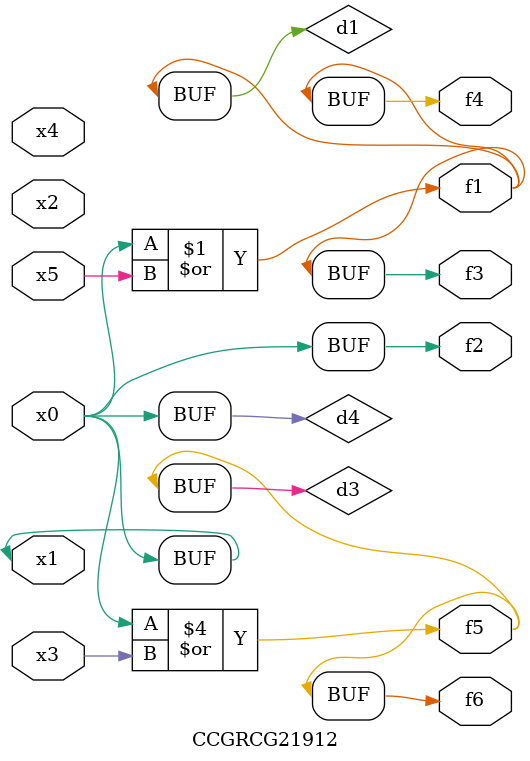
<source format=v>
module CCGRCG21912(
	input x0, x1, x2, x3, x4, x5,
	output f1, f2, f3, f4, f5, f6
);

	wire d1, d2, d3, d4;

	or (d1, x0, x5);
	xnor (d2, x1, x4);
	or (d3, x0, x3);
	buf (d4, x0, x1);
	assign f1 = d1;
	assign f2 = d4;
	assign f3 = d1;
	assign f4 = d1;
	assign f5 = d3;
	assign f6 = d3;
endmodule

</source>
